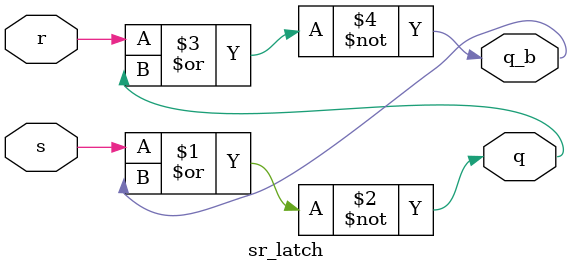
<source format=sv>
module sr_latch(
    input logic s,
    input logic r,
    output logic q,
    output logic q_b
);
    assign q = ~(s | q_b);
    assign q_b = ~(r | q);
endmodule: sr_latch
</source>
